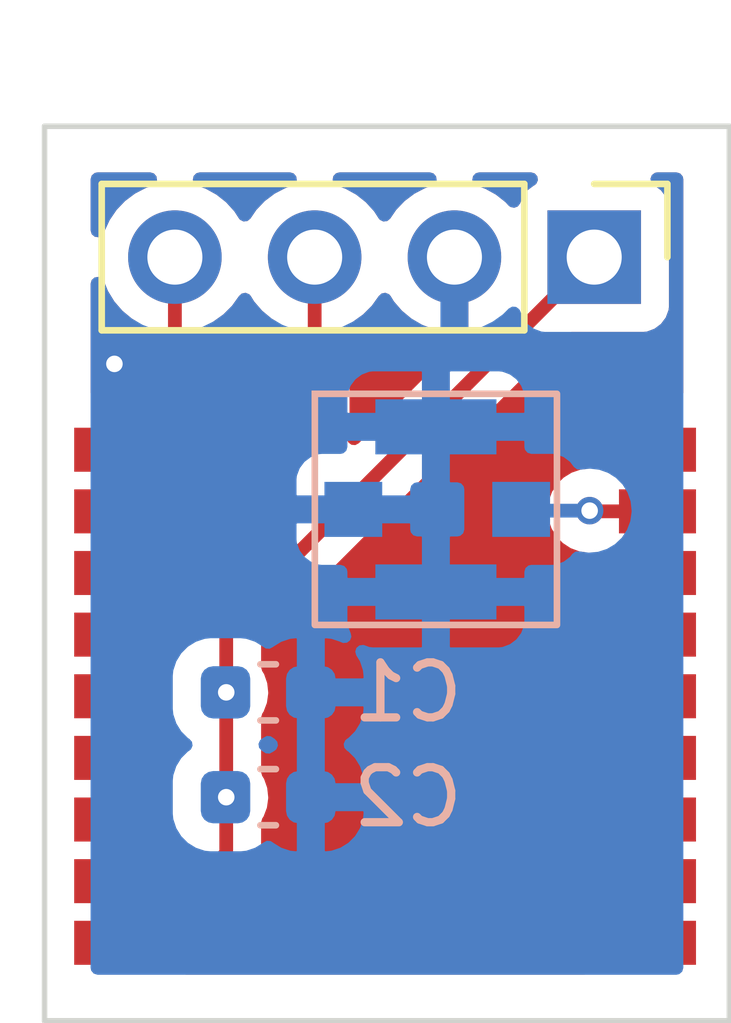
<source format=kicad_pcb>
(kicad_pcb (version 20211014) (generator pcbnew)
  (layers (0 "F.Cu" signal) (31 "B.Cu" signal) (34 "B.Paste" user) (35 "F.Paste" user) (36 "B.SilkS" user "B.Silkscreen") (37 "F.SilkS" user "F.Silkscreen") (38 "B.Mask" user) (39 "F.Mask" user) (44 "Edge.Cuts" user))
  (net 0 "")
  (net 1 "+3V3")
  (net 2 "GND")
  (net 3 "/GPS_RX")
  (net 4 "/GPS_TX")
  (net 10 "Net-(U1-Pad11)")
  (footprint "Library:GP-02" (layer "F.Cu") (at 114.135 65.75)
    (fp_text reference "U1" hide)
    (fp_text value "GP-02")
    (pad "1" smd rect (at -5.2 -4.5) (size 1.4 0.8) (layers "F.Cu" "F.Paste" "F.Mask") (net 2 "GND"))
    (pad "2" smd rect (at -5.2 -3.38) (size 1.4 0.8) (layers "F.Cu" "F.Paste" "F.Mask") (net 4 "/GPS_TX"))
    (pad "3" smd rect (at -5.2 -2.26) (size 1.4 0.8) (layers "F.Cu" "F.Paste" "F.Mask") (net 3 "/GPS_RX"))
    (pad "4" smd rect (at -5.2 -1.14) (size 1.4 0.8) (layers "F.Cu" "F.Paste" "F.Mask"))
    (pad "5" smd rect (at -5.2 -0.02) (size 1.4 0.8) (layers "F.Cu" "F.Paste" "F.Mask"))
    (pad "6" smd rect (at -5.2 1.1) (size 1.4 0.8) (layers "F.Cu" "F.Paste" "F.Mask"))
    (pad "7" smd rect (at -5.2 2.22) (size 1.4 0.8) (layers "F.Cu" "F.Paste" "F.Mask"))
    (pad "8" smd rect (at -5.2 3.34) (size 1.4 0.8) (layers "F.Cu" "F.Paste" "F.Mask") (net 1 "+3V3"))
    (pad "9" smd rect (at -5.2 4.46) (size 1.4 0.8) (layers "F.Cu" "F.Paste" "F.Mask"))
    (pad "10" smd rect (at 4.7 -4.5) (size 1.4 0.8) (layers "F.Cu" "F.Paste" "F.Mask") (net 2 "GND"))
    (pad "11" smd rect (at 4.7 -3.38) (size 1.4 0.8) (layers "F.Cu" "F.Paste" "F.Mask") (net 10 "Net-(U1-Pad11)"))
    (pad "12" smd rect (at 4.7 -2.26) (size 1.4 0.8) (layers "F.Cu" "F.Paste" "F.Mask") (net 2 "GND"))
    (pad "13" smd rect (at 4.7 -1.14) (size 1.4 0.8) (layers "F.Cu" "F.Paste" "F.Mask"))
    (pad "14" smd rect (at 4.7 -0.02) (size 1.4 0.8) (layers "F.Cu" "F.Paste" "F.Mask"))
    (pad "15" smd rect (at 4.7 1.1) (size 1.4 0.8) (layers "F.Cu" "F.Paste" "F.Mask"))
    (pad "16" smd rect (at 4.7 2.22) (size 1.4 0.8) (layers "F.Cu" "F.Paste" "F.Mask"))
    (pad "17" smd rect (at 4.7 3.34) (size 1.4 0.8) (layers "F.Cu" "F.Paste" "F.Mask"))
    (pad "18" smd rect (at 4.7 4.46) (size 1.4 0.8) (layers "F.Cu" "F.Paste" "F.Mask"))
  )
  (footprint "Connector_PinHeader_2.54mm:PinHeader_1x04_P2.54mm_Vertical" (layer "F.Cu") (at 117.685 57.75 -90)
    (fp_text reference "J1" hide)
    (fp_text value "Conn_01x04")
    (fp_line (start -1.33 8.95) (end 1.33 8.95) (layer "F.SilkS") (width 0.12))
    (fp_line (start -1.33 1.27) (end -1.33 8.95) (layer "F.SilkS") (width 0.12))
    (fp_line (start -1.33 1.27) (end 1.33 1.27) (layer "F.SilkS") (width 0.12))
    (fp_line (start 1.33 1.27) (end 1.33 8.95) (layer "F.SilkS") (width 0.12))
    (fp_line (start -1.33 0) (end -1.33 -1.33) (layer "F.SilkS") (width 0.12))
    (fp_line (start -1.33 -1.33) (end 0 -1.33) (layer "F.SilkS") (width 0.12))
    (pad "1" thru_hole rect (at 0 0 270) (size 1.7 1.7) (drill 1) (layers *.Cu *.Mask) (net 1 "+3V3"))
    (pad "2" thru_hole oval (at 0 2.54 270) (size 1.7 1.7) (drill 1) (layers *.Cu *.Mask) (net 2 "GND"))
    (pad "3" thru_hole oval (at 0 5.08 270) (size 1.7 1.7) (drill 1) (layers *.Cu *.Mask) (net 3 "/GPS_RX"))
    (pad "4" thru_hole oval (at 0 7.62 270) (size 1.7 1.7) (drill 1) (layers *.Cu *.Mask) (net 4 "/GPS_TX"))
  )
  (footprint "Library:IPEX_CONN" (layer "B.Cu") (at 114.808 62.334 -90)
    (fp_text reference "U2" hide)
    (fp_text value "IPEX_CONN")
    (fp_rect (start -2.1 2.2) (end 2.1 -2.2) (layer "B.SilkS") (width 0.12) (fill none))
    (pad "1" smd rect (at 0 -1.55 270) (size 1 1.05) (layers "B.Cu" "B.Paste" "B.Mask") (net 10 "Net-(U1-Pad11)"))
    (pad "2" smd rect (at -1.5 0 270) (size 1 2.2) (layers "B.Cu" "B.Paste" "B.Mask") (net 2 "GND"))
    (pad "3" smd rect (at 1.5 0 270) (size 1 2.2) (layers "B.Cu" "B.Paste" "B.Mask") (net 2 "GND"))
    (pad "4" smd rect (at 0 1.5 270) (size 1 1.05) (layers "B.Cu" "B.Paste" "B.Mask") (net 2 "GND"))
  )
  (footprint "Capacitor_SMD:C_0603_1608Metric" (layer "B.Cu") (at 111.76 65.659)
    (fp_text reference "C1" (at 2.54 0) (layer "B.SilkS") (effects (justify mirror)))
    (fp_text value "1u")
    (fp_line (start -0.14058 0.51) (end 0.14058 0.51) (layer "B.SilkS") (width 0.12))
    (fp_line (start -0.14058 -0.51) (end 0.14058 -0.51) (layer "B.SilkS") (width 0.12))
    (pad "1" smd roundrect (at -0.775 0) (size 0.9 0.95) (layers "B.Cu" "B.Paste" "B.Mask") (net 1 "+3V3"))
    (pad "2" smd roundrect (at 0.775 0) (size 0.9 0.95) (layers "B.Cu" "B.Paste" "B.Mask") (net 2 "GND"))
  )
  (footprint "Capacitor_SMD:C_0603_1608Metric" (layer "B.Cu") (at 111.76 67.564)
    (fp_text reference "C2" (at 2.54 0) (layer "B.SilkS") (effects (justify mirror)))
    (fp_text value "0.1u")
    (fp_line (start -0.14058 -0.51) (end 0.14058 -0.51) (layer "B.SilkS") (width 0.12))
    (fp_line (start -0.14058 0.51) (end 0.14058 0.51) (layer "B.SilkS") (width 0.12))
    (pad "1" smd roundrect (at -0.775 0) (size 0.9 0.95) (layers "B.Cu" "B.Paste" "B.Mask") (net 1 "+3V3"))
    (pad "2" smd roundrect (at 0.775 0) (size 0.9 0.95) (layers "B.Cu" "B.Paste" "B.Mask") (net 2 "GND"))
  )
  (gr_line (start 107.696 55.372) (end 107.696 71.628) (layer "Edge.Cuts") (width 0.1))
  (gr_line (start 120.142 55.372) (end 107.696 55.372) (layer "Edge.Cuts") (width 0.1))
  (gr_line (start 107.696 71.628) (end 120.142 71.628) (layer "Edge.Cuts") (width 0.1))
  (gr_line (start 120.142 71.628) (end 120.142 55.372) (layer "Edge.Cuts") (width 0.1))
  (segment (start 110.998 65.659) (end 110.998 67.564) (width 0.25) (layer "F.Cu") (net 1))
  (segment (start 110.998 68.58) (end 110.488 69.09) (width 0.25) (layer "F.Cu") (net 1))
  (segment (start 108.937 69.088) (end 108.935 69.09) (width 0.25) (layer "F.Cu") (net 1))
  (segment (start 117.685 57.75) (end 110.998 64.437) (width 0.25) (layer "F.Cu") (net 1))
  (segment (start 110.488 69.09) (end 108.935 69.09) (width 0.25) (layer "F.Cu") (net 1))
  (segment (start 110.998 67.564) (end 110.998 68.58) (width 0.25) (layer "F.Cu") (net 1))
  (segment (start 110.998 64.437) (end 110.998 65.659) (width 0.25) (layer "F.Cu") (net 1))
  (via (at 110.998 65.659) (size 0.5) (drill 0.3) (layers "F.Cu" "B.Cu") (net 1))
  (via (at 110.998 67.564) (size 0.5) (drill 0.3) (layers "F.Cu" "B.Cu") (net 1))
  (via (at 108.966 59.69) (size 0.5) (drill 0.3) (layers "F.Cu" "B.Cu") (net 2))
  (segment (start 108.935 63.49) (end 109.885 63.49) (width 0.25) (layer "F.Cu") (net 3))
  (segment (start 109.885 63.49) (end 112.605 60.77) (width 0.25) (layer "F.Cu") (net 3))
  (segment (start 112.605 60.77) (end 112.605 57.75) (width 0.25) (layer "F.Cu") (net 3))
  (segment (start 108.935 62.37) (end 109.885 62.37) (width 0.25) (layer "F.Cu") (net 4))
  (segment (start 109.885 62.37) (end 110.065 62.19) (width 0.25) (layer "F.Cu") (net 4))
  (segment (start 110.065 62.19) (end 110.065 57.75) (width 0.25) (layer "F.Cu") (net 4))
  (segment (start 118.835 62.37) (end 117.615 62.37) (width 0.25) (layer "F.Cu") (net 10))
  (segment (start 117.615 62.37) (end 117.602 62.357) (width 0.25) (layer "F.Cu") (net 10))
  (via (at 117.602 62.357) (size 0.5) (drill 0.3) (layers "F.Cu" "B.Cu") (net 10))
  (segment (start 117.602 62.357) (end 116.381 62.357) (width 0.25) (layer "B.Cu") (net 10))
  (segment (start 116.381 62.357) (end 116.358 62.334) (width 0.25) (layer "B.Cu") (net 10))
  (zone (net 2) (net_name "GND") (layer "F.Cu") (connect_pads (clearance 0.508)) (min_thickness 0.254) (fill yes (thermal_gap 0.508) (thermal_bridge_width 0.508) (island_removal_mode 1) (island_area_min 0))
    (polygon (pts (xy 119.888 71.374) (xy 107.95 71.374) (xy 107.95 55.626) (xy 119.888 55.626)))
  )
  (zone (net 2) (net_name "GND") (layer "B.Cu") (connect_pads (clearance 0.508)) (min_thickness 0.254) (fill yes (thermal_gap 0.508) (thermal_bridge_width 0.508) (island_removal_mode 1) (island_area_min 0))
    (polygon (pts (xy 119.888 71.374) (xy 107.95 71.374) (xy 107.95 55.626) (xy 119.888 55.626)))
  )
)
</source>
